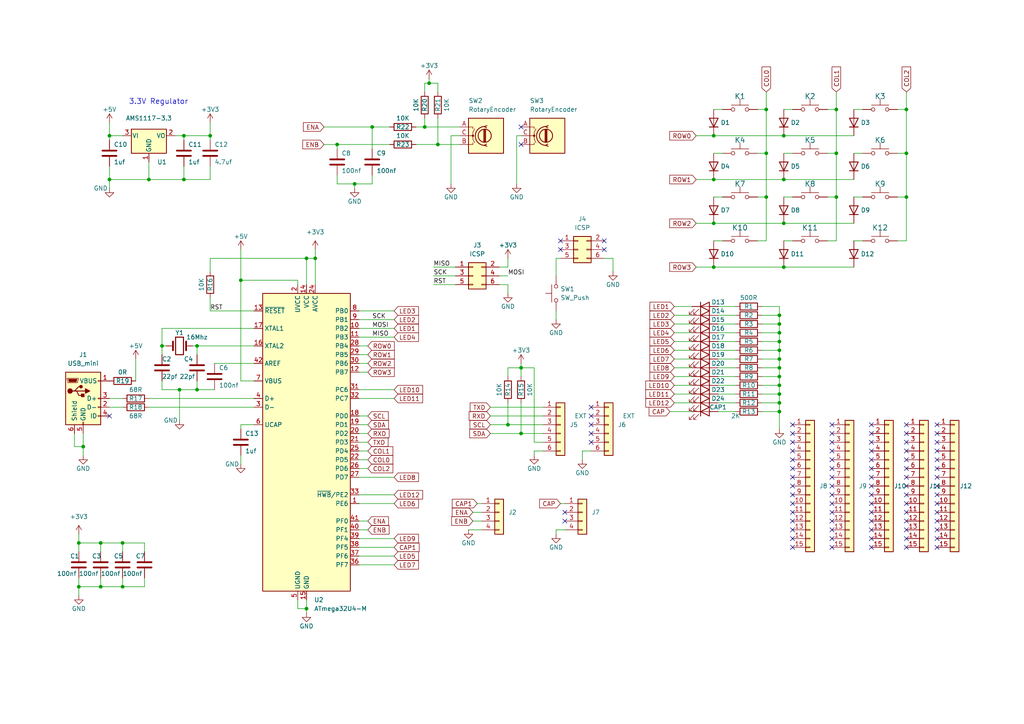
<source format=kicad_sch>
(kicad_sch (version 20230121) (generator eeschema)
  (paper "A4")
  (junction (at 102.87 53.34))
  (junction (at 226.06 104.14))
  (junction (at 242.57 31.75))
  (junction (at 242.57 44.45))
  (junction (at 242.57 57.15))
  (junction (at 91.44 74.93))
  (junction (at 29.21 170.18))
  (junction (at 226.06 99.06))
  (junction (at 222.25 57.15))
  (junction (at 127 41.91))
  (junction (at 226.06 116.84))
  (junction (at 226.06 91.44))
  (junction (at 226.06 109.22))
  (junction (at 57.15 113.03))
  (junction (at 226.06 101.6))
  (junction (at 147.32 123.19))
  (junction (at 226.06 96.52))
  (junction (at 24.13 129.54))
  (junction (at 222.25 44.45))
  (junction (at 97.79 41.91))
  (junction (at 107.95 36.83))
  (junction (at 226.06 114.3))
  (junction (at 35.56 170.18))
  (junction (at 43.18 52.07))
  (junction (at 226.06 119.38))
  (junction (at 207.01 64.77))
  (junction (at 22.86 170.18))
  (junction (at 124.46 24.13))
  (junction (at 222.25 31.75))
  (junction (at 52.07 113.03))
  (junction (at 207.01 39.37))
  (junction (at 262.89 57.15))
  (junction (at 46.99 100.33))
  (junction (at 22.86 157.48))
  (junction (at 227.33 52.07))
  (junction (at 227.33 77.47))
  (junction (at 69.85 81.28))
  (junction (at 207.01 52.07))
  (junction (at 207.01 77.47))
  (junction (at 31.75 39.37))
  (junction (at 262.89 44.45))
  (junction (at 226.06 111.76))
  (junction (at 151.13 125.73))
  (junction (at 123.19 36.83))
  (junction (at 53.34 52.07))
  (junction (at 31.75 52.07))
  (junction (at 227.33 39.37))
  (junction (at 35.56 157.48))
  (junction (at 29.21 157.48))
  (junction (at 226.06 106.68))
  (junction (at 227.33 64.77))
  (junction (at 151.13 106.68))
  (junction (at 60.96 39.37))
  (junction (at 57.15 100.33))
  (junction (at 262.89 31.75))
  (junction (at 88.9 176.53))
  (junction (at 53.34 39.37))
  (junction (at 226.06 93.98))
  (junction (at 88.9 74.93))
  (no_connect (at 262.89 133.35))
  (no_connect (at 229.87 153.67))
  (no_connect (at 229.87 125.73))
  (no_connect (at 262.89 156.21))
  (no_connect (at 271.78 156.21))
  (no_connect (at 241.3 130.81))
  (no_connect (at 262.89 123.19))
  (no_connect (at 229.87 148.59))
  (no_connect (at 262.89 146.05))
  (no_connect (at 271.78 158.75))
  (no_connect (at 241.3 151.13))
  (no_connect (at 271.78 133.35))
  (no_connect (at 171.45 123.19))
  (no_connect (at 262.89 158.75))
  (no_connect (at 262.89 125.73))
  (no_connect (at 229.87 156.21))
  (no_connect (at 163.83 148.59))
  (no_connect (at 162.56 72.39))
  (no_connect (at 175.26 69.85))
  (no_connect (at 271.78 151.13))
  (no_connect (at 262.89 128.27))
  (no_connect (at 151.13 41.91))
  (no_connect (at 252.73 138.43))
  (no_connect (at 241.3 156.21))
  (no_connect (at 262.89 135.89))
  (no_connect (at 252.73 123.19))
  (no_connect (at 229.87 146.05))
  (no_connect (at 171.45 128.27))
  (no_connect (at 241.3 148.59))
  (no_connect (at 252.73 130.81))
  (no_connect (at 271.78 138.43))
  (no_connect (at 229.87 143.51))
  (no_connect (at 241.3 128.27))
  (no_connect (at 252.73 125.73))
  (no_connect (at 252.73 148.59))
  (no_connect (at 262.89 140.97))
  (no_connect (at 175.26 72.39))
  (no_connect (at 262.89 138.43))
  (no_connect (at 262.89 151.13))
  (no_connect (at 241.3 143.51))
  (no_connect (at 241.3 123.19))
  (no_connect (at 271.78 143.51))
  (no_connect (at 229.87 140.97))
  (no_connect (at 252.73 153.67))
  (no_connect (at 241.3 146.05))
  (no_connect (at 271.78 125.73))
  (no_connect (at 252.73 133.35))
  (no_connect (at 163.83 151.13))
  (no_connect (at 171.45 125.73))
  (no_connect (at 241.3 138.43))
  (no_connect (at 241.3 140.97))
  (no_connect (at 271.78 130.81))
  (no_connect (at 262.89 143.51))
  (no_connect (at 229.87 138.43))
  (no_connect (at 252.73 158.75))
  (no_connect (at 252.73 146.05))
  (no_connect (at 241.3 125.73))
  (no_connect (at 262.89 153.67))
  (no_connect (at 262.89 148.59))
  (no_connect (at 229.87 123.19))
  (no_connect (at 252.73 151.13))
  (no_connect (at 271.78 135.89))
  (no_connect (at 31.75 120.65))
  (no_connect (at 241.3 133.35))
  (no_connect (at 252.73 135.89))
  (no_connect (at 171.45 118.11))
  (no_connect (at 229.87 130.81))
  (no_connect (at 241.3 135.89))
  (no_connect (at 252.73 140.97))
  (no_connect (at 271.78 128.27))
  (no_connect (at 252.73 143.51))
  (no_connect (at 252.73 156.21))
  (no_connect (at 229.87 135.89))
  (no_connect (at 271.78 153.67))
  (no_connect (at 229.87 158.75))
  (no_connect (at 271.78 123.19))
  (no_connect (at 229.87 128.27))
  (no_connect (at 229.87 133.35))
  (no_connect (at 241.3 158.75))
  (no_connect (at 271.78 146.05))
  (no_connect (at 262.89 130.81))
  (no_connect (at 241.3 153.67))
  (no_connect (at 151.13 36.83))
  (no_connect (at 229.87 151.13))
  (no_connect (at 252.73 128.27))
  (no_connect (at 171.45 120.65))
  (no_connect (at 162.56 69.85))
  (no_connect (at 271.78 148.59))
  (no_connect (at 271.78 140.97))
  (wire (pts (xy 227.33 44.45) (xy 229.87 44.45)))
  (wire (pts (xy 104.14 97.79) (xy 114.3 97.79)))
  (wire (pts (xy 149.86 39.37) (xy 151.13 39.37)))
  (wire (pts (xy 240.03 69.85) (xy 242.57 69.85)))
  (wire (pts (xy 73.66 105.41) (xy 62.23 105.41)))
  (wire (pts (xy 73.66 123.19) (xy 69.85 123.19)))
  (wire (pts (xy 226.06 106.68) (xy 226.06 104.14)))
  (wire (pts (xy 52.07 113.03) (xy 57.15 113.03)))
  (wire (pts (xy 226.06 109.22) (xy 226.06 106.68)))
  (wire (pts (xy 262.89 44.45) (xy 262.89 57.15)))
  (wire (pts (xy 123.19 34.29) (xy 123.19 36.83)))
  (wire (pts (xy 194.31 119.38) (xy 200.66 119.38)))
  (wire (pts (xy 219.71 44.45) (xy 222.25 44.45)))
  (wire (pts (xy 31.75 39.37) (xy 31.75 40.64)))
  (wire (pts (xy 69.85 123.19) (xy 69.85 124.46)))
  (wire (pts (xy 31.75 35.56) (xy 31.75 39.37)))
  (wire (pts (xy 97.79 41.91) (xy 113.03 41.91)))
  (wire (pts (xy 39.37 104.14) (xy 39.37 110.49)))
  (wire (pts (xy 220.98 99.06) (xy 226.06 99.06)))
  (wire (pts (xy 135.89 153.67) (xy 139.7 153.67)))
  (wire (pts (xy 69.85 72.39) (xy 69.85 81.28)))
  (wire (pts (xy 207.01 69.85) (xy 209.55 69.85)))
  (wire (pts (xy 137.16 148.59) (xy 139.7 148.59)))
  (wire (pts (xy 220.98 106.68) (xy 226.06 106.68)))
  (wire (pts (xy 207.01 64.77) (xy 227.33 64.77)))
  (wire (pts (xy 53.34 39.37) (xy 53.34 40.64)))
  (wire (pts (xy 161.29 74.93) (xy 161.29 80.01)))
  (wire (pts (xy 69.85 110.49) (xy 69.85 81.28)))
  (wire (pts (xy 208.28 119.38) (xy 213.36 119.38)))
  (wire (pts (xy 35.56 157.48) (xy 41.91 157.48)))
  (wire (pts (xy 222.25 26.67) (xy 222.25 31.75)))
  (wire (pts (xy 29.21 170.18) (xy 35.56 170.18)))
  (wire (pts (xy 50.8 39.37) (xy 53.34 39.37)))
  (wire (pts (xy 219.71 57.15) (xy 222.25 57.15)))
  (wire (pts (xy 161.29 154.94) (xy 161.29 153.67)))
  (wire (pts (xy 86.36 176.53) (xy 88.9 176.53)))
  (wire (pts (xy 88.9 74.93) (xy 60.96 74.93)))
  (wire (pts (xy 151.13 116.84) (xy 151.13 125.73)))
  (wire (pts (xy 213.36 109.22) (xy 208.28 109.22)))
  (wire (pts (xy 43.18 52.07) (xy 53.34 52.07)))
  (wire (pts (xy 106.68 151.13) (xy 104.14 151.13)))
  (wire (pts (xy 124.46 24.13) (xy 127 24.13)))
  (wire (pts (xy 201.93 64.77) (xy 207.01 64.77)))
  (wire (pts (xy 104.14 107.95) (xy 106.68 107.95)))
  (wire (pts (xy 154.94 128.27) (xy 157.48 128.27)))
  (wire (pts (xy 22.86 167.64) (xy 22.86 170.18)))
  (wire (pts (xy 195.58 114.3) (xy 200.66 114.3)))
  (wire (pts (xy 226.06 88.9) (xy 220.98 88.9)))
  (wire (pts (xy 240.03 44.45) (xy 242.57 44.45)))
  (wire (pts (xy 220.98 101.6) (xy 226.06 101.6)))
  (wire (pts (xy 31.75 115.57) (xy 35.56 115.57)))
  (wire (pts (xy 104.14 120.65) (xy 106.68 120.65)))
  (wire (pts (xy 137.16 151.13) (xy 139.7 151.13)))
  (wire (pts (xy 213.36 111.76) (xy 208.28 111.76)))
  (wire (pts (xy 247.65 69.85) (xy 250.19 69.85)))
  (wire (pts (xy 73.66 110.49) (xy 69.85 110.49)))
  (wire (pts (xy 46.99 110.49) (xy 46.99 113.03)))
  (wire (pts (xy 262.89 31.75) (xy 262.89 44.45)))
  (wire (pts (xy 60.96 35.56) (xy 60.96 39.37)))
  (wire (pts (xy 41.91 157.48) (xy 41.91 160.02)))
  (wire (pts (xy 219.71 69.85) (xy 222.25 69.85)))
  (wire (pts (xy 22.86 157.48) (xy 22.86 160.02)))
  (wire (pts (xy 127 41.91) (xy 133.35 41.91)))
  (wire (pts (xy 226.06 114.3) (xy 226.06 111.76)))
  (wire (pts (xy 127 34.29) (xy 127 41.91)))
  (wire (pts (xy 227.33 69.85) (xy 229.87 69.85)))
  (wire (pts (xy 46.99 113.03) (xy 52.07 113.03)))
  (wire (pts (xy 97.79 53.34) (xy 102.87 53.34)))
  (wire (pts (xy 114.3 146.05) (xy 104.14 146.05)))
  (wire (pts (xy 91.44 74.93) (xy 91.44 82.55)))
  (wire (pts (xy 123.19 24.13) (xy 124.46 24.13)))
  (wire (pts (xy 161.29 153.67) (xy 163.83 153.67)))
  (wire (pts (xy 104.14 128.27) (xy 106.68 128.27)))
  (wire (pts (xy 29.21 157.48) (xy 35.56 157.48)))
  (wire (pts (xy 207.01 57.15) (xy 209.55 57.15)))
  (wire (pts (xy 240.03 57.15) (xy 242.57 57.15)))
  (wire (pts (xy 86.36 173.99) (xy 86.36 176.53)))
  (wire (pts (xy 260.35 69.85) (xy 262.89 69.85)))
  (wire (pts (xy 46.99 100.33) (xy 46.99 102.87)))
  (wire (pts (xy 125.73 82.55) (xy 132.08 82.55)))
  (wire (pts (xy 213.36 114.3) (xy 208.28 114.3)))
  (wire (pts (xy 104.14 105.41) (xy 106.68 105.41)))
  (wire (pts (xy 195.58 116.84) (xy 200.66 116.84)))
  (wire (pts (xy 73.66 95.25) (xy 46.99 95.25)))
  (wire (pts (xy 242.57 31.75) (xy 242.57 44.45)))
  (wire (pts (xy 57.15 113.03) (xy 57.15 110.49)))
  (wire (pts (xy 55.88 100.33) (xy 57.15 100.33)))
  (wire (pts (xy 151.13 125.73) (xy 157.48 125.73)))
  (wire (pts (xy 124.46 22.86) (xy 124.46 24.13)))
  (wire (pts (xy 222.25 57.15) (xy 222.25 69.85)))
  (wire (pts (xy 60.96 86.36) (xy 60.96 90.17)))
  (wire (pts (xy 91.44 72.39) (xy 91.44 74.93)))
  (wire (pts (xy 147.32 106.68) (xy 147.32 109.22)))
  (wire (pts (xy 226.06 99.06) (xy 226.06 96.52)))
  (wire (pts (xy 220.98 96.52) (xy 226.06 96.52)))
  (wire (pts (xy 213.36 101.6) (xy 208.28 101.6)))
  (wire (pts (xy 154.94 130.81) (xy 157.48 130.81)))
  (wire (pts (xy 29.21 167.64) (xy 29.21 170.18)))
  (wire (pts (xy 220.98 91.44) (xy 226.06 91.44)))
  (wire (pts (xy 52.07 113.03) (xy 52.07 121.92)))
  (wire (pts (xy 154.94 128.27) (xy 154.94 106.68)))
  (wire (pts (xy 106.68 153.67) (xy 104.14 153.67)))
  (wire (pts (xy 161.29 90.17) (xy 161.29 92.71)))
  (wire (pts (xy 130.81 53.34) (xy 130.81 39.37)))
  (wire (pts (xy 226.06 111.76) (xy 226.06 109.22)))
  (wire (pts (xy 226.06 91.44) (xy 226.06 88.9)))
  (wire (pts (xy 60.96 39.37) (xy 60.96 40.64)))
  (wire (pts (xy 35.56 170.18) (xy 41.91 170.18)))
  (wire (pts (xy 31.75 39.37) (xy 35.56 39.37)))
  (wire (pts (xy 177.8 74.93) (xy 177.8 78.74)))
  (wire (pts (xy 168.91 130.81) (xy 171.45 130.81)))
  (wire (pts (xy 43.18 46.99) (xy 43.18 52.07)))
  (wire (pts (xy 93.98 36.83) (xy 107.95 36.83)))
  (wire (pts (xy 97.79 50.8) (xy 97.79 53.34)))
  (wire (pts (xy 107.95 36.83) (xy 113.03 36.83)))
  (wire (pts (xy 46.99 100.33) (xy 48.26 100.33)))
  (wire (pts (xy 24.13 125.73) (xy 24.13 129.54)))
  (wire (pts (xy 149.86 53.34) (xy 149.86 39.37)))
  (wire (pts (xy 168.91 133.35) (xy 168.91 130.81)))
  (wire (pts (xy 207.01 44.45) (xy 209.55 44.45)))
  (wire (pts (xy 104.14 163.83) (xy 114.3 163.83)))
  (wire (pts (xy 114.3 143.51) (xy 104.14 143.51)))
  (wire (pts (xy 107.95 50.8) (xy 107.95 53.34)))
  (wire (pts (xy 242.57 26.67) (xy 242.57 31.75)))
  (wire (pts (xy 220.98 114.3) (xy 226.06 114.3)))
  (wire (pts (xy 242.57 44.45) (xy 242.57 57.15)))
  (wire (pts (xy 162.56 146.05) (xy 163.83 146.05)))
  (wire (pts (xy 147.32 123.19) (xy 157.48 123.19)))
  (wire (pts (xy 240.03 31.75) (xy 242.57 31.75)))
  (wire (pts (xy 144.78 82.55) (xy 147.32 82.55)))
  (wire (pts (xy 207.01 52.07) (xy 227.33 52.07)))
  (wire (pts (xy 213.36 88.9) (xy 208.28 88.9)))
  (wire (pts (xy 104.14 90.17) (xy 114.3 90.17)))
  (wire (pts (xy 147.32 74.93) (xy 147.32 77.47)))
  (wire (pts (xy 213.36 116.84) (xy 208.28 116.84)))
  (wire (pts (xy 220.98 119.38) (xy 226.06 119.38)))
  (wire (pts (xy 227.33 39.37) (xy 247.65 39.37)))
  (wire (pts (xy 247.65 31.75) (xy 250.19 31.75)))
  (wire (pts (xy 130.81 39.37) (xy 133.35 39.37)))
  (wire (pts (xy 195.58 93.98) (xy 200.66 93.98)))
  (wire (pts (xy 201.93 77.47) (xy 207.01 77.47)))
  (wire (pts (xy 22.86 170.18) (xy 22.86 172.72)))
  (wire (pts (xy 35.56 167.64) (xy 35.56 170.18)))
  (wire (pts (xy 213.36 91.44) (xy 208.28 91.44)))
  (wire (pts (xy 53.34 39.37) (xy 60.96 39.37)))
  (wire (pts (xy 151.13 105.41) (xy 151.13 106.68)))
  (wire (pts (xy 220.98 109.22) (xy 226.06 109.22)))
  (wire (pts (xy 220.98 116.84) (xy 226.06 116.84)))
  (wire (pts (xy 142.24 123.19) (xy 147.32 123.19)))
  (wire (pts (xy 154.94 106.68) (xy 151.13 106.68)))
  (wire (pts (xy 201.93 52.07) (xy 207.01 52.07)))
  (wire (pts (xy 242.57 57.15) (xy 242.57 69.85)))
  (wire (pts (xy 114.3 113.03) (xy 104.14 113.03)))
  (wire (pts (xy 195.58 111.76) (xy 200.66 111.76)))
  (wire (pts (xy 104.14 125.73) (xy 106.68 125.73)))
  (wire (pts (xy 207.01 31.75) (xy 209.55 31.75)))
  (wire (pts (xy 57.15 100.33) (xy 73.66 100.33)))
  (wire (pts (xy 222.25 44.45) (xy 222.25 57.15)))
  (wire (pts (xy 213.36 106.68) (xy 208.28 106.68)))
  (wire (pts (xy 226.06 101.6) (xy 226.06 99.06)))
  (wire (pts (xy 147.32 116.84) (xy 147.32 123.19)))
  (wire (pts (xy 104.14 102.87) (xy 106.68 102.87)))
  (wire (pts (xy 120.65 41.91) (xy 127 41.91)))
  (wire (pts (xy 22.86 170.18) (xy 29.21 170.18)))
  (wire (pts (xy 88.9 173.99) (xy 88.9 176.53)))
  (wire (pts (xy 226.06 116.84) (xy 226.06 119.38)))
  (wire (pts (xy 144.78 77.47) (xy 147.32 77.47)))
  (wire (pts (xy 213.36 96.52) (xy 208.28 96.52)))
  (wire (pts (xy 35.56 157.48) (xy 35.56 160.02)))
  (wire (pts (xy 213.36 93.98) (xy 208.28 93.98)))
  (wire (pts (xy 62.23 113.03) (xy 57.15 113.03)))
  (wire (pts (xy 260.35 31.75) (xy 262.89 31.75)))
  (wire (pts (xy 120.65 36.83) (xy 123.19 36.83)))
  (wire (pts (xy 93.98 41.91) (xy 97.79 41.91)))
  (wire (pts (xy 104.14 92.71) (xy 114.3 92.71)))
  (wire (pts (xy 175.26 74.93) (xy 177.8 74.93)))
  (wire (pts (xy 226.06 93.98) (xy 226.06 91.44)))
  (wire (pts (xy 220.98 93.98) (xy 226.06 93.98)))
  (wire (pts (xy 147.32 82.55) (xy 147.32 85.09)))
  (wire (pts (xy 114.3 156.21) (xy 104.14 156.21)))
  (wire (pts (xy 227.33 31.75) (xy 229.87 31.75)))
  (wire (pts (xy 127 26.67) (xy 127 24.13)))
  (wire (pts (xy 123.19 24.13) (xy 123.19 26.67)))
  (wire (pts (xy 29.21 157.48) (xy 29.21 160.02)))
  (wire (pts (xy 260.35 44.45) (xy 262.89 44.45)))
  (wire (pts (xy 262.89 57.15) (xy 262.89 69.85)))
  (wire (pts (xy 31.75 52.07) (xy 43.18 52.07)))
  (wire (pts (xy 154.94 132.08) (xy 154.94 130.81)))
  (wire (pts (xy 60.96 48.26) (xy 60.96 52.07)))
  (wire (pts (xy 227.33 52.07) (xy 247.65 52.07)))
  (wire (pts (xy 195.58 91.44) (xy 200.66 91.44)))
  (wire (pts (xy 207.01 77.47) (xy 227.33 77.47)))
  (wire (pts (xy 195.58 101.6) (xy 200.66 101.6)))
  (wire (pts (xy 43.18 118.11) (xy 73.66 118.11)))
  (wire (pts (xy 53.34 52.07) (xy 60.96 52.07)))
  (wire (pts (xy 46.99 95.25) (xy 46.99 100.33)))
  (wire (pts (xy 151.13 109.22) (xy 151.13 106.68)))
  (wire (pts (xy 104.14 95.25) (xy 114.3 95.25)))
  (wire (pts (xy 106.68 123.19) (xy 104.14 123.19)))
  (wire (pts (xy 86.36 81.28) (xy 86.36 82.55)))
  (wire (pts (xy 195.58 96.52) (xy 200.66 96.52)))
  (wire (pts (xy 114.3 115.57) (xy 104.14 115.57)))
  (wire (pts (xy 31.75 48.26) (xy 31.75 52.07)))
  (wire (pts (xy 104.14 158.75) (xy 114.3 158.75)))
  (wire (pts (xy 195.58 109.22) (xy 200.66 109.22)))
  (wire (pts (xy 219.71 31.75) (xy 222.25 31.75)))
  (wire (pts (xy 102.87 53.34) (xy 107.95 53.34)))
  (wire (pts (xy 226.06 119.38) (xy 226.06 124.46)))
  (wire (pts (xy 226.06 116.84) (xy 226.06 114.3)))
  (wire (pts (xy 227.33 57.15) (xy 229.87 57.15)))
  (wire (pts (xy 247.65 44.45) (xy 250.19 44.45)))
  (wire (pts (xy 220.98 111.76) (xy 226.06 111.76)))
  (wire (pts (xy 41.91 167.64) (xy 41.91 170.18)))
  (wire (pts (xy 195.58 88.9) (xy 200.66 88.9)))
  (wire (pts (xy 195.58 106.68) (xy 200.66 106.68)))
  (wire (pts (xy 247.65 57.15) (xy 250.19 57.15)))
  (wire (pts (xy 57.15 102.87) (xy 57.15 100.33)))
  (wire (pts (xy 88.9 74.93) (xy 88.9 82.55)))
  (wire (pts (xy 106.68 135.89) (xy 104.14 135.89)))
  (wire (pts (xy 195.58 104.14) (xy 200.66 104.14)))
  (wire (pts (xy 162.56 74.93) (xy 161.29 74.93)))
  (wire (pts (xy 142.24 125.73) (xy 151.13 125.73)))
  (wire (pts (xy 102.87 53.34) (xy 102.87 54.61)))
  (wire (pts (xy 88.9 176.53) (xy 88.9 177.8)))
  (wire (pts (xy 226.06 104.14) (xy 226.06 101.6)))
  (wire (pts (xy 43.18 115.57) (xy 73.66 115.57)))
  (wire (pts (xy 22.86 154.94) (xy 22.86 157.48)))
  (wire (pts (xy 142.24 120.65) (xy 157.48 120.65)))
  (wire (pts (xy 53.34 48.26) (xy 53.34 52.07)))
  (wire (pts (xy 104.14 130.81) (xy 106.68 130.81)))
  (wire (pts (xy 97.79 41.91) (xy 97.79 43.18)))
  (wire (pts (xy 125.73 80.01) (xy 132.08 80.01)))
  (wire (pts (xy 69.85 81.28) (xy 86.36 81.28)))
  (wire (pts (xy 24.13 129.54) (xy 24.13 132.08)))
  (wire (pts (xy 31.75 54.61) (xy 31.75 52.07)))
  (wire (pts (xy 226.06 96.52) (xy 226.06 93.98)))
  (wire (pts (xy 138.43 146.05) (xy 139.7 146.05)))
  (wire (pts (xy 227.33 77.47) (xy 247.65 77.47)))
  (wire (pts (xy 222.25 31.75) (xy 222.25 44.45)))
  (wire (pts (xy 220.98 104.14) (xy 226.06 104.14)))
  (wire (pts (xy 123.19 36.83) (xy 133.35 36.83)))
  (wire (pts (xy 91.44 74.93) (xy 88.9 74.93)))
  (wire (pts (xy 107.95 36.83) (xy 107.95 43.18)))
  (wire (pts (xy 213.36 99.06) (xy 208.28 99.06)))
  (wire (pts (xy 142.24 118.11) (xy 157.48 118.11)))
  (wire (pts (xy 104.14 133.35) (xy 106.68 133.35)))
  (wire (pts (xy 201.93 39.37) (xy 207.01 39.37)))
  (wire (pts (xy 60.96 74.93) (xy 60.96 78.74)))
  (wire (pts (xy 207.01 39.37) (xy 227.33 39.37)))
  (wire (pts (xy 262.89 26.67) (xy 262.89 31.75)))
  (wire (pts (xy 114.3 138.43) (xy 104.14 138.43)))
  (wire (pts (xy 213.36 104.14) (xy 208.28 104.14)))
  (wire (pts (xy 22.86 157.48) (xy 29.21 157.48)))
  (wire (pts (xy 227.33 64.77) (xy 247.65 64.77)))
  (wire (pts (xy 104.14 161.29) (xy 114.3 161.29)))
  (wire (pts (xy 260.35 57.15) (xy 262.89 57.15)))
  (wire (pts (xy 195.58 99.06) (xy 200.66 99.06)))
  (wire (pts (xy 125.73 77.47) (xy 132.08 77.47)))
  (wire (pts (xy 21.59 129.54) (xy 24.13 129.54)))
  (wire (pts (xy 147.32 106.68) (xy 151.13 106.68)))
  (wire (pts (xy 60.96 90.17) (xy 73.66 90.17)))
  (wire (pts (xy 21.59 125.73) (xy 21.59 129.54)))
  (wire (pts (xy 69.85 132.08) (xy 69.85 134.62)))
  (wire (pts (xy 104.14 100.33) (xy 106.68 100.33)))
  (wire (pts (xy 35.56 118.11) (xy 31.75 118.11)))
  (wire (pts (xy 144.78 80.01) (xy 147.32 80.01)))
  (text "3.3V Regulator" (at 54.61 30.48 0) (effects (font (size 1.524 1.524)) (justify right bottom)))
  (label "MISO" (at 107.95 97.79 0))
  (label "MOSI" (at 107.95 95.25 0))
  (label "MISO" (at 125.73 77.47 0))
  (label "SCK" (at 107.95 92.71 0))
  (label "RST" (at 125.73 82.55 0))
  (label "RST" (at 60.96 90.17 0))
  (label "MOSI" (at 147.32 80.01 0))
  (label "SCK" (at 125.73 80.01 0))
  (global_label "COL0" (shape input) (at 222.25 26.67 90) (property "Intersheetrefs" "${INTERSHEET_REFS}" (effects hide)))
  (global_label "COL1" (shape input) (at 106.68 130.81 0) (property "Intersheetrefs" "${INTERSHEET_REFS}" (effects hide)))
  (global_label "LED10" (shape input) (at 195.58 111.76 180) (property "Intersheetrefs" "${INTERSHEET_REFS}" (effects hide)))
  (global_label "CAP" (shape input) (at 162.56 146.05 180) (property "Intersheetrefs" "${INTERSHEET_REFS}" (effects hide)))
  (global_label "RXD" (shape input) (at 142.24 120.65 180) (property "Intersheetrefs" "${INTERSHEET_REFS}" (effects hide)))
  (global_label "LED6" (shape input) (at 114.3 146.05 0) (property "Intersheetrefs" "${INTERSHEET_REFS}" (effects hide)))
  (global_label "COL2" (shape input) (at 262.89 26.67 90) (property "Intersheetrefs" "${INTERSHEET_REFS}" (effects hide)))
  (global_label "COL1" (shape input) (at 242.57 26.67 90) (property "Intersheetrefs" "${INTERSHEET_REFS}" (effects hide)))
  (global_label "ENB" (shape input) (at 137.16 151.13 180) (property "Intersheetrefs" "${INTERSHEET_REFS}" (effects hide)))
  (global_label "RXD" (shape input) (at 106.68 125.73 0) (property "Intersheetrefs" "${INTERSHEET_REFS}" (effects hide)))
  (global_label "LED6" (shape input) (at 195.58 101.6 180) (property "Intersheetrefs" "${INTERSHEET_REFS}" (effects hide)))
  (global_label "SDA" (shape input) (at 106.68 123.19 0) (property "Intersheetrefs" "${INTERSHEET_REFS}" (effects hide)))
  (global_label "LED4" (shape input) (at 195.58 96.52 180) (property "Intersheetrefs" "${INTERSHEET_REFS}" (effects hide)))
  (global_label "CAP1" (shape input) (at 138.43 146.05 180) (property "Intersheetrefs" "${INTERSHEET_REFS}" (effects hide)))
  (global_label "LED9" (shape input) (at 195.58 109.22 180) (property "Intersheetrefs" "${INTERSHEET_REFS}" (effects hide)))
  (global_label "ENA" (shape input) (at 137.16 148.59 180) (property "Intersheetrefs" "${INTERSHEET_REFS}" (effects hide)))
  (global_label "LED12" (shape input) (at 114.3 143.51 0) (property "Intersheetrefs" "${INTERSHEET_REFS}" (effects hide)))
  (global_label "LED8" (shape input) (at 195.58 106.68 180) (property "Intersheetrefs" "${INTERSHEET_REFS}" (effects hide)))
  (global_label "ROW3" (shape input) (at 106.68 107.95 0) (property "Intersheetrefs" "${INTERSHEET_REFS}" (effects hide)))
  (global_label "LED2" (shape input) (at 114.3 92.71 0) (property "Intersheetrefs" "${INTERSHEET_REFS}" (effects hide)))
  (global_label "LED7" (shape input) (at 195.58 104.14 180) (property "Intersheetrefs" "${INTERSHEET_REFS}" (effects hide)))
  (global_label "COL0" (shape input) (at 106.68 133.35 0) (property "Intersheetrefs" "${INTERSHEET_REFS}" (effects hide)))
  (global_label "ENB" (shape input) (at 106.68 153.67 0) (property "Intersheetrefs" "${INTERSHEET_REFS}" (effects hide)))
  (global_label "ENB" (shape input) (at 93.98 41.91 180) (property "Intersheetrefs" "${INTERSHEET_REFS}" (effects hide)))
  (global_label "ROW2" (shape input) (at 106.68 105.41 0) (property "Intersheetrefs" "${INTERSHEET_REFS}" (effects hide)))
  (global_label "ROW1" (shape input) (at 201.93 52.07 180) (property "Intersheetrefs" "${INTERSHEET_REFS}" (effects hide)))
  (global_label "LED1" (shape input) (at 195.58 88.9 180) (property "Intersheetrefs" "${INTERSHEET_REFS}" (effects hide)))
  (global_label "CAP" (shape input) (at 194.31 119.38 180) (property "Intersheetrefs" "${INTERSHEET_REFS}" (effects hide)))
  (global_label "ENA" (shape input) (at 93.98 36.83 180) (property "Intersheetrefs" "${INTERSHEET_REFS}" (effects hide)))
  (global_label "ROW0" (shape input) (at 201.93 39.37 180) (property "Intersheetrefs" "${INTERSHEET_REFS}" (effects hide)))
  (global_label "COL2" (shape input) (at 106.68 135.89 0) (property "Intersheetrefs" "${INTERSHEET_REFS}" (effects hide)))
  (global_label "SCL" (shape input) (at 106.68 120.65 0) (property "Intersheetrefs" "${INTERSHEET_REFS}" (effects hide)))
  (global_label "LED9" (shape input) (at 114.3 156.21 0) (property "Intersheetrefs" "${INTERSHEET_REFS}" (effects hide)))
  (global_label "LED4" (shape input) (at 114.3 97.79 0) (property "Intersheetrefs" "${INTERSHEET_REFS}" (effects hide)))
  (global_label "ROW2" (shape input) (at 201.93 64.77 180) (property "Intersheetrefs" "${INTERSHEET_REFS}" (effects hide)))
  (global_label "LED10" (shape input) (at 114.3 113.03 0) (property "Intersheetrefs" "${INTERSHEET_REFS}" (effects hide)))
  (global_label "LED5" (shape input) (at 195.58 99.06 180) (property "Intersheetrefs" "${INTERSHEET_REFS}" (effects hide)))
  (global_label "SCL" (shape input) (at 142.24 123.19 180) (property "Intersheetrefs" "${INTERSHEET_REFS}" (effects hide)))
  (global_label "LED11" (shape input) (at 114.3 115.57 0) (property "Intersheetrefs" "${INTERSHEET_REFS}" (effects hide)))
  (global_label "ROW1" (shape input) (at 106.68 102.87 0) (property "Intersheetrefs" "${INTERSHEET_REFS}" (effects hide)))
  (global_label "LED7" (shape input) (at 114.3 163.83 0) (property "Intersheetrefs" "${INTERSHEET_REFS}" (effects hide)))
  (global_label "ROW3" (shape input) (at 201.93 77.47 180) (property "Intersheetrefs" "${INTERSHEET_REFS}" (effects hide)))
  (global_label "LED8" (shape input) (at 114.3 138.43 0) (property "Intersheetrefs" "${INTERSHEET_REFS}" (effects hide)))
  (global_label "LED11" (shape input) (at 195.58 114.3 180) (property "Intersheetrefs" "${INTERSHEET_REFS}" (effects hide)))
  (global_label "CAP1" (shape input) (at 114.3 158.75 0) (property "Intersheetrefs" "${INTERSHEET_REFS}" (effects hide)))
  (global_label "LED12" (shape input) (at 195.58 116.84 180) (property "Intersheetrefs" "${INTERSHEET_REFS}" (effects hide)))
  (global_label "ROW0" (shape input) (at 106.68 100.33 0) (property "Intersheetrefs" "${INTERSHEET_REFS}" (effects hide)))
  (global_label "TXD" (shape input) (at 106.68 128.27 0) (property "Intersheetrefs" "${INTERSHEET_REFS}" (effects hide)))
  (global_label "LED3" (shape input) (at 114.3 90.17 0) (property "Intersheetrefs" "${INTERSHEET_REFS}" (effects hide)))
  (global_label "ENA" (shape input) (at 106.68 151.13 0) (property "Intersheetrefs" "${INTERSHEET_REFS}" (effects hide)))
  (global_label "LED3" (shape input) (at 195.58 93.98 180) (property "Intersheetrefs" "${INTERSHEET_REFS}" (effects hide)))
  (global_label "LED1" (shape input) (at 114.3 95.25 0) (property "Intersheetrefs" "${INTERSHEET_REFS}" (effects hide)))
  (global_label "TXD" (shape input) (at 142.24 118.11 180) (property "Intersheetrefs" "${INTERSHEET_REFS}" (effects hide)))
  (global_label "LED2" (shape input) (at 195.58 91.44 180) (property "Intersheetrefs" "${INTERSHEET_REFS}" (effects hide)))
  (global_label "LED5" (shape input) (at 114.3 161.29 0) (property "Intersheetrefs" "${INTERSHEET_REFS}" (effects hide)))
  (global_label "SDA" (shape input) (at 142.24 125.73 180) (property "Intersheetrefs" "${INTERSHEET_REFS}" (effects hide)))
  (symbol (lib_id "Device:C") (at 31.75 44.45 0) (unit 1)
    (property "Reference" "C10" (at 33.02 41.91 0) (effects (justify left)))
    (property "Value" "1uf" (at 33.02 46.99 0) (effects (justify left)))
    (property "Footprint" "Capacitor_SMD:C_0603_1608Metric_Pad1.08x0.95mm_HandSolder" (effects hide))
  )
  (symbol (lib_id "power:+3V3") (at 151.13 105.41 0) (unit 1)
    (property "Reference" "#PWR04" (effects hide))
    (property "Value" "+3V3" (at 151.13 101.6 0))
  )
  (symbol (lib_id "Device:R") (at 147.32 113.03 0) (mirror y) (unit 1)
    (property "Reference" "R14" (at 147.32 113.03 90))
    (property "Value" "10K" (at 144.78 113.03 90))
    (property "Footprint" "Resistor_SMD:R_0603_1608Metric_Pad0.98x0.95mm_HandSolder" (effects hide))
  )
  (symbol (lib_id "Connector_Generic:Conn_01x06") (at 176.53 123.19 0) (unit 1)
    (property "Reference" "J6" (at 181.61 123.19 0) (effects (justify right)))
    (property "Value" "EXT" (at 184.15 120.65 0) (effects (justify right)))
    (property "Footprint" "Connector_PinHeader_2.54mm:PinHeader_1x06_P2.54mm_Vertical" (effects hide))
  )
  (symbol (lib_id "power:+5V") (at 69.85 72.39 0) (mirror y) (unit 1)
    (property "Reference" "#PWR017" (effects hide))
    (property "Value" "+5V" (at 69.85 68.58 0))
  )
  (symbol (lib_id "Device:LED") (at 204.47 91.44 0) (unit 1)
    (property "Reference" "D14" (at 208.28 90.17 0))
    (property "Value" "LED" (effects hide))
    (property "Footprint" "LED_SMD:LED_0603_1608Metric_Pad1.05x0.95mm_HandSolder" (effects hide))
  )
  (symbol (lib_id "Device:R") (at 151.13 113.03 0) (mirror y) (unit 1)
    (property "Reference" "R15" (at 151.13 113.03 90))
    (property "Value" "10K" (at 153.67 113.03 90))
    (property "Footprint" "Resistor_SMD:R_0603_1608Metric_Pad0.98x0.95mm_HandSolder" (effects hide))
  )
  (symbol (lib_id "Device:C") (at 53.34 44.45 0) (unit 1)
    (property "Reference" "C11" (at 54.61 41.91 0) (effects (justify left)))
    (property "Value" "1uf" (at 54.61 46.99 0) (effects (justify left)))
    (property "Footprint" "Capacitor_SMD:C_0603_1608Metric_Pad1.08x0.95mm_HandSolder" (effects hide))
  )
  (symbol (lib_id "Device:LED") (at 204.47 116.84 0) (unit 1)
    (property "Reference" "D24" (at 208.28 115.57 0))
    (property "Value" "LED" (effects hide))
    (property "Footprint" "LED_SMD:LED_0603_1608Metric_Pad1.05x0.95mm_HandSolder" (effects hide))
  )
  (symbol (lib_id "power:GND") (at 22.86 172.72 0) (unit 1)
    (property "Reference" "#PWR0108" (effects hide))
    (property "Value" "GND" (at 22.86 176.53 0))
  )
  (symbol (lib_id "Switch:SW_Push") (at 161.29 85.09 90) (unit 1)
    (property "Reference" "SW1" (at 162.56 83.82 90) (effects (justify right)))
    (property "Value" "SW_Push" (at 162.56 86.36 90) (effects (justify right)))
    (property "Footprint" "Button_Switch_SMD:SW_SPST_Omron_B3FS-100xP" (effects hide))
  )
  (symbol (lib_id "Device:LED") (at 204.47 109.22 0) (unit 1)
    (property "Reference" "D21" (at 208.28 107.95 0))
    (property "Value" "LED" (effects hide))
    (property "Footprint" "LED_SMD:LED_0603_1608Metric_Pad1.05x0.95mm_HandSolder" (effects hide))
  )
  (symbol (lib_id "Device:R") (at 217.17 111.76 90) (mirror x) (unit 1)
    (property "Reference" "R10" (at 217.17 111.76 90))
    (property "Value" "500R" (effects hide))
    (property "Footprint" "Resistor_SMD:R_0603_1608Metric_Pad0.98x0.95mm_HandSolder" (effects hide))
  )
  (symbol (lib_id "power:GND") (at 24.13 132.08 0) (unit 1)
    (property "Reference" "#PWR0105" (effects hide))
    (property "Value" "GND" (at 24.13 135.89 0))
  )
  (symbol (lib_id "Device:R") (at 217.17 114.3 90) (mirror x) (unit 1)
    (property "Reference" "R11" (at 217.17 114.3 90))
    (property "Value" "500R" (effects hide))
    (property "Footprint" "Resistor_SMD:R_0603_1608Metric_Pad0.98x0.95mm_HandSolder" (effects hide))
  )
  (symbol (lib_id "Device:R") (at 217.17 106.68 90) (mirror x) (unit 1)
    (property "Reference" "R8" (at 217.17 106.68 90))
    (property "Value" "500R" (effects hide))
    (property "Footprint" "Resistor_SMD:R_0603_1608Metric_Pad0.98x0.95mm_HandSolder" (effects hide))
  )
  (symbol (lib_id "Device:D") (at 247.65 35.56 90) (unit 1)
    (property "Reference" "D3" (at 249.6566 35.56 90) (effects (justify right)))
    (property "Value" "D" (effects hide))
    (property "Footprint" "Diode_SMD:D_MiniMELF" (effects hide))
  )
  (symbol (lib_id "Connector_Generic:Conn_02x03_Odd_Even") (at 137.16 80.01 0) (unit 1)
    (property "Reference" "J3" (at 138.43 71.12 0))
    (property "Value" "ICSP" (at 138.43 73.66 0))
    (property "Footprint" "Connector_PinHeader_2.54mm:PinHeader_2x03_P2.54mm_Vertical" (effects hide))
  )
  (symbol (lib_id "Device:R") (at 116.84 36.83 90) (mirror x) (unit 1)
    (property "Reference" "R22" (at 116.84 36.83 90))
    (property "Value" "10K" (at 116.84 34.29 90))
    (property "Footprint" "Resistor_SMD:R_0603_1608Metric_Pad0.98x0.95mm_HandSolder" (effects hide))
  )
  (symbol (lib_id "Device:D") (at 227.33 60.96 90) (unit 1)
    (property "Reference" "D8" (at 229.3366 60.96 90) (effects (justify right)))
    (property "Value" "D" (effects hide))
    (property "Footprint" "Diode_SMD:D_MiniMELF" (effects hide))
  )
  (symbol (lib_id "Device:D") (at 207.01 60.96 90) (unit 1)
    (property "Reference" "D7" (at 209.0166 60.96 90) (effects (justify right)))
    (property "Value" "D" (effects hide))
    (property "Footprint" "Diode_SMD:D_MiniMELF" (effects hide))
  )
  (symbol (lib_id "power:GND") (at 88.9 177.8 0) (mirror y) (unit 1)
    (property "Reference" "#PWR0107" (effects hide))
    (property "Value" "GND" (at 88.9 181.61 0))
  )
  (symbol (lib_id "power:+3V3") (at 22.86 154.94 0) (unit 1)
    (property "Reference" "#PWR03" (effects hide))
    (property "Value" "+3V3" (at 22.86 149.86 0))
  )
  (symbol (lib_id "Device:C") (at 57.15 106.68 0) (unit 1)
    (property "Reference" "C4" (at 53.34 104.14 0) (effects (justify left)))
    (property "Value" "22pf" (at 52.07 109.22 0) (effects (justify left)))
    (property "Footprint" "Capacitor_SMD:C_0603_1608Metric_Pad1.08x0.95mm_HandSolder" (effects hide))
  )
  (symbol (lib_id "Device:C") (at 107.95 46.99 0) (unit 1)
    (property "Reference" "C9" (at 109.22 44.45 0) (effects (justify left)))
    (property "Value" "100nf" (at 109.22 49.53 0) (effects (justify left)))
    (property "Footprint" "Capacitor_SMD:C_0603_1608Metric_Pad1.08x0.95mm_HandSolder" (effects hide))
  )
  (symbol (lib_id "power:+3V3") (at 60.96 35.56 0) (unit 1)
    (property "Reference" "#PWR016" (effects hide))
    (property "Value" "+3V3" (at 60.96 31.75 0))
  )
  (symbol (lib_id "Device:LED") (at 204.47 111.76 0) (unit 1)
    (property "Reference" "D22" (at 208.28 110.49 0))
    (property "Value" "LED" (effects hide))
    (property "Footprint" "LED_SMD:LED_0603_1608Metric_Pad1.05x0.95mm_HandSolder" (effects hide))
  )
  (symbol (lib_id "Switch:SW_Push") (at 255.27 31.75 0) (unit 1)
    (property "Reference" "K3" (at 255.27 27.94 0) (effects (font (size 1.524 1.524))))
    (property "Value" "KEYSW" (effects hide))
    (property "Footprint" "keyswitch:SW_MX" (effects hide))
  )
  (symbol (lib_id "Device:LED") (at 204.47 96.52 0) (unit 1)
    (property "Reference" "D16" (at 208.28 95.25 0))
    (property "Value" "LED" (effects hide))
    (property "Footprint" "LED_SMD:LED_0603_1608Metric_Pad1.05x0.95mm_HandSolder" (effects hide))
  )
  (symbol (lib_id "Connector_Generic:Conn_01x15") (at 257.81 140.97 0) (unit 1)
    (property "Reference" "J10" (at 262.89 140.97 0) (effects (justify right)))
    (property "Value" "UART" (effects hide))
    (property "Footprint" "Connector_PinHeader_2.54mm:PinHeader_1x15_P2.54mm_Vertical" (effects hide))
  )
  (symbol (lib_id "Switch:SW_Push") (at 234.95 69.85 0) (unit 1)
    (property "Reference" "K11" (at 234.95 66.04 0) (effects (font (size 1.524 1.524))))
    (property "Value" "KEYSW" (effects hide))
    (property "Footprint" "keyswitch:SW_MX" (effects hide))
  )
  (symbol (lib_id "Device:R") (at 217.17 116.84 90) (mirror x) (unit 1)
    (property "Reference" "R12" (at 217.17 116.84 90))
    (property "Value" "500R" (effects hide))
    (property "Footprint" "Resistor_SMD:R_0603_1608Metric_Pad0.98x0.95mm_HandSolder" (effects hide))
  )
  (symbol (lib_id "Device:R") (at 217.17 104.14 90) (mirror x) (unit 1)
    (property "Reference" "R7" (at 217.17 104.14 90))
    (property "Value" "500R" (effects hide))
    (property "Footprint" "Resistor_SMD:R_0603_1608Metric_Pad0.98x0.95mm_HandSolder" (effects hide))
  )
  (symbol (lib_id "Switch:SW_Push") (at 234.95 44.45 0) (unit 1)
    (property "Reference" "K5" (at 234.95 40.64 0) (effects (font (size 1.524 1.524))))
    (property "Value" "KEYSW" (effects hide))
    (property "Footprint" "keyswitch:SW_MX" (effects hide))
  )
  (symbol (lib_id "Regulator_Linear:AMS1117-3.3") (at 43.18 39.37 0) (unit 1)
    (property "Reference" "U1" (at 46.99 46.99 0))
    (property "Value" "AMS1117-3.3" (at 43.18 34.29 0))
    (property "Footprint" "Package_TO_SOT_SMD:SOT-223-3_TabPin2" (effects hide))
    (property "Datasheet" "http://www.advanced-monolithic.com/pdf/ds1117.pdf" (effects hide))
  )
  (symbol (lib_id "Switch:SW_Push") (at 214.63 69.85 0) (unit 1)
    (property "Reference" "K10" (at 214.63 66.04 0) (effects (font (size 1.524 1.524))))
    (property "Value" "KEYSW" (effects hide))
    (property "Footprint" "keyswitch:SW_MX" (effects hide))
  )
  (symbol (lib_id "Connector_Generic:Conn_01x15") (at 276.86 140.97 0) (unit 1)
    (property "Reference" "J12" (at 281.94 140.97 0) (effects (justify right)))
    (property "Value" "UART" (effects hide))
    (property "Footprint" "Connector_PinHeader_2.54mm:PinHeader_1x15_P2.54mm_Vertical" (effects hide))
  )
  (symbol (lib_id "Device:R") (at 35.56 110.49 270) (unit 1)
    (property "Reference" "R19" (at 35.56 110.49 90))
    (property "Value" "0R" (at 35.56 107.95 90))
    (property "Footprint" "Resistor_SMD:R_0603_1608Metric_Pad0.98x0.95mm_HandSolder" (effects hide))
  )
  (symbol (lib_id "power:GND") (at 149.86 53.34 0) (unit 1)
    (property "Reference" "#PWR019" (effects hide))
    (property "Value" "GND" (at 149.86 57.15 0))
  )
  (symbol (lib_id "power:GND") (at 130.81 53.34 0) (unit 1)
    (property "Reference" "#PWR07" (effects hide))
    (property "Value" "GND" (at 130.81 57.15 0))
  )
  (symbol (lib_id "Device:RotaryEncoder") (at 140.97 39.37 0) (unit 1)
    (property "Reference" "SW2" (at 135.89 29.21 0) (effects (justify left)))
    (property "Value" "RotaryEncoder" (at 135.89 31.75 0) (effects (justify left)))
    (property "Footprint" "Rotary_Encoder:RotaryEncoder_Bourns_Horizontal_PEC12R-2xxxF-Nxxxx" (effects hide))
  )
  (symbol (lib_id "Device:R") (at 217.17 99.06 90) (mirror x) (unit 1)
    (property "Reference" "R5" (at 217.17 99.06 90))
    (property "Value" "500R" (effects hide))
    (property "Footprint" "Resistor_SMD:R_0603_1608Metric_Pad0.98x0.95mm_HandSolder" (effects hide))
  )
  (symbol (lib_id "Device:D") (at 247.65 48.26 90) (unit 1)
    (property "Reference" "D6" (at 249.6566 48.26 90) (effects (justify right)))
    (property "Value" "D" (effects hide))
    (property "Footprint" "Diode_SMD:D_MiniMELF" (effects hide))
  )
  (symbol (lib_id "power:GND") (at 52.07 121.92 0) (unit 1)
    (property "Reference" "#PWR0101" (effects hide))
    (property "Value" "GND" (at 49.53 121.92 0))
  )
  (symbol (lib_id "power:+3V3") (at 147.32 74.93 0) (unit 1)
    (property "Reference" "#PWR012" (effects hide))
    (property "Value" "+3V3" (at 147.32 71.12 0))
  )
  (symbol (lib_id "Switch:SW_Push") (at 255.27 69.85 0) (unit 1)
    (property "Reference" "K12" (at 255.27 66.04 0) (effects (font (size 1.524 1.524))))
    (property "Value" "KEYSW" (effects hide))
    (property "Footprint" "keyswitch:SW_MX" (effects hide))
  )
  (symbol (lib_id "Device:C") (at 29.21 163.83 0) (unit 1)
    (property "Reference" "C3" (at 26.67 161.29 0) (effects (justify left)))
    (property "Value" "100nf" (at 22.86 166.37 0) (effects (justify left)))
    (property "Footprint" "Capacitor_SMD:C_0603_1608Metric_Pad1.08x0.95mm_HandSolder" (effects hide))
  )
  (symbol (lib_id "Device:R") (at 39.37 118.11 270) (unit 1)
    (property "Reference" "R18" (at 39.37 118.11 90))
    (property "Value" "68R" (at 39.37 120.65 90))
    (property "Footprint" "Resistor_SMD:R_0603_1608Metric_Pad0.98x0.95mm_HandSolder" (effects hide))
  )
  (symbol (lib_id "Connector_Generic:Conn_01x06") (at 162.56 123.19 0) (unit 1)
    (property "Reference" "J5" (at 167.64 123.19 0) (effects (justify right)))
    (property "Value" "EXT" (at 170.18 120.65 0) (effects (justify right)))
    (property "Footprint" "Connector_PinHeader_2.54mm:PinHeader_1x06_P2.54mm_Vertical" (effects hide))
  )
  (symbol (lib_id "Device:C") (at 41.91 163.83 0) (unit 1)
    (property "Reference" "C7" (at 39.37 161.29 0) (effects (justify left)))
    (property "Value" "100nf" (at 35.56 166.37 0) (effects (justify left)))
    (property "Footprint" "Capacitor_SMD:C_0603_1608Metric_Pad1.08x0.95mm_HandSolder" (effects hide))
  )
  (symbol (lib_id "Device:LED") (at 204.47 119.38 0) (unit 1)
    (property "Reference" "CAP1" (at 208.28 118.11 0))
    (property "Value" "LED" (effects hide))
    (property "Footprint" "LED_SMD:LED_0603_1608Metric_Pad1.05x0.95mm_HandSolder" (effects hide))
  )
  (symbol (lib_id "Device:R") (at 217.17 88.9 90) (mirror x) (unit 1)
    (property "Reference" "R1" (at 217.17 88.9 90))
    (property "Value" "500R" (at 217.17 86.36 90))
    (property "Footprint" "Resistor_SMD:R_0603_1608Metric_Pad0.98x0.95mm_HandSolder" (effects hide))
  )
  (symbol (lib_id "Device:R") (at 123.19 30.48 0) (mirror y) (unit 1)
    (property "Reference" "R20" (at 123.19 30.48 90))
    (property "Value" "10K" (at 120.65 30.48 90))
    (property "Footprint" "Resistor_SMD:R_0603_1608Metric_Pad0.98x0.95mm_HandSolder" (effects hide))
  )
  (symbol (lib_id "power:+5V") (at 31.75 35.56 0) (mirror y) (unit 1)
    (property "Reference" "#PWR010" (effects hide))
    (property "Value" "+5V" (at 31.75 31.75 0))
  )
  (symbol (lib_id "power:+5V") (at 39.37 104.14 0) (unit 1)
    (property "Reference" "#PWR0110" (effects hide))
    (property "Value" "+5V" (at 39.37 100.33 0))
  )
  (symbol (lib_id "Device:D") (at 207.01 48.26 90) (unit 1)
    (property "Reference" "D4" (at 209.0166 48.26 90) (effects (justify right)))
    (property "Value" "D" (effects hide))
    (property "Footprint" "Diode_SMD:D_MiniMELF" (effects hide))
  )
  (symbol (lib_id "power:+3V3") (at 91.44 72.39 0) (unit 1)
    (property "Reference" "#PWR014" (effects hide))
    (property "Value" "+3V3" (at 91.44 67.31 0))
  )
  (symbol (lib_id "power:GND") (at 177.8 78.74 0) (unit 1)
    (property "Reference" "#PWR015" (effects hide))
    (property "Value" "GND" (at 177.8 82.55 0))
  )
  (symbol (lib_id "Switch:SW_Push") (at 214.63 44.45 0) (unit 1)
    (property "Reference" "K4" (at 214.63 40.64 0) (effects (font (size 1.524 1.524))))
    (property "Value" "KEYSW" (effects hide))
    (property "Footprint" "keyswitch:SW_MX" (effects hide))
  )
  (symbol (lib_id "Connector_Generic:Conn_01x15") (at 246.38 140.97 0) (unit 1)
    (property "Reference" "J9" (at 251.46 140.97 0) (effects (justify right)))
    (property "Value" "UART" (effects hide))
    (property "Footprint" "Connector_PinHeader_2.54mm:PinHeader_1x15_P2.54mm_Vertical" (effects hide))
  )
  (symbol (lib_id "Device:LED") (at 204.47 88.9 0) (unit 1)
    (property "Reference" "D13" (at 208.28 87.63 0))
    (property "Value" "LED" (effects hide))
    (property "Footprint" "LED_SMD:LED_0603_1608Metric_Pad1.05x0.95mm_HandSolder" (effects hide))
  )
  (symbol (lib_id "Device:C") (at 97.79 46.99 0) (unit 1)
    (property "Reference" "C8" (at 99.06 44.45 0) (effects (justify left)))
    (property "Value" "100nf" (at 99.06 49.53 0) (effects (justify left)))
    (property "Footprint" "Capacitor_SMD:C_0603_1608Metric_Pad1.08x0.95mm_HandSolder" (effects hide))
  )
  (symbol (lib_id "Device:R") (at 127 30.48 0) (mirror y) (unit 1)
    (property "Reference" "R21" (at 127 30.48 90))
    (property "Value" "10K" (at 129.54 30.48 90))
    (property "Footprint" "Resistor_SMD:R_0603_1608Metric_Pad0.98x0.95mm_HandSolder" (effects hide))
  )
  (symbol (lib_id "Switch:SW_Push") (at 234.95 57.15 0) (unit 1)
    (property "Reference" "K8" (at 234.95 53.34 0) (effects (font (size 1.524 1.524))))
    (property "Value" "KEYSW" (effects hide))
    (property "Footprint" "keyswitch:SW_MX" (effects hide))
  )
  (symbol (lib_id "Connector_Generic:Conn_01x15") (at 267.97 140.97 0) (unit 1)
    (property "Reference" "J11" (at 273.05 140.97 0) (effects (justify right)))
    (property "Value" "UART" (effects hide))
    (property "Footprint" "Connector_PinHeader_2.54mm:PinHeader_1x15_P2.54mm_Vertical" (effects hide))
  )
  (symbol (lib_id "MCU_Microchip_ATmega:ATmega32U4-M") (at 88.9 128.27 0) (unit 1)
    (property "Reference" "U2" (at 91.0941 173.99 0) (effects (justify left)))
    (property "Value" "ATmega32U4-M" (at 91.0941 176.53 0) (effects (justify left)))
    (property "Footprint" "cosailer:QFN-44-1EP_7x7mm_P0.5mm_EP5.15x5.15mm_no_pad" (effects hide))
    (property "Datasheet" "http://ww1.microchip.com/downloads/en/DeviceDoc/Atmel-7766-8-bit-AVR-ATmega16U4-32U4_Datasheet.pdf" (effects hide))
  )
  (symbol (lib_id "Device:R") (at 217.17 93.98 90) (mirror x) (unit 1)
    (property "Reference" "R3" (at 217.17 93.98 90))
    (property "Value" "500R" (effects hide))
    (property "Footprint" "Resistor_SMD:R_0603_1608Metric_Pad0.98x0.95mm_HandSolder" (effects hide))
  )
  (symbol (lib_id "Device:LED") (at 204.47 106.68 0) (unit 1)
    (property "Reference" "D20" (at 208.28 105.41 0))
    (property "Value" "LED" (effects hide))
    (property "Footprint" "LED_SMD:LED_0603_1608Metric_Pad1.05x0.95mm_HandSolder" (effects hide))
  )
  (symbol (lib_id "Device:D") (at 247.65 73.66 90) (unit 1)
    (property "Reference" "D12" (at 249.6566 73.66 90) (effects (justify right)))
    (property "Value" "D" (effects hide))
    (property "Footprint" "Diode_SMD:D_MiniMELF" (effects hide))
  )
  (symbol (lib_id "Device:D") (at 227.33 35.56 90) (unit 1)
    (property "Reference" "D2" (at 229.3366 35.56 90) (effects (justify right)))
    (property "Value" "D" (effects hide))
    (property "Footprint" "Diode_SMD:D_MiniMELF" (effects hide))
  )
  (symbol (lib_id "Device:R") (at 116.84 41.91 90) (mirror x) (unit 1)
    (property "Reference" "R23" (at 116.84 41.91 90))
    (property "Value" "10K" (at 116.84 39.37 90))
    (property "Footprint" "Resistor_SMD:R_0603_1608Metric_Pad0.98x0.95mm_HandSolder" (effects hide))
  )
  (symbol (lib_id "Connector:USB_B_Mini") (at 24.13 115.57 0) (unit 1)
    (property "Reference" "J1" (at 24.13 102.87 0))
    (property "Value" "USB_mini" (at 24.13 105.41 0))
    (property "Footprint" "Connector_USB:USB_Mini-B_Wuerth_65100516121_Horizontal" (effects hide))
  )
  (symbol (lib_id "power:GND") (at 69.85 134.62 0) (unit 1)
    (property "Reference" "#PWR01" (effects hide))
    (property "Value" "GND" (at 67.31 134.62 0))
  )
  (symbol (lib_id "Connector_Generic:Conn_01x04") (at 144.78 148.59 0) (unit 1)
    (property "Reference" "J2" (at 149.86 148.59 0) (effects (justify right)))
    (property "Value" "Status" (effects hide))
    (property "Footprint" "Connector_PinHeader_2.54mm:PinHeader_1x04_P2.54mm_Vertical" (effects hide))
  )
  (symbol (lib_id "Device:Crystal") (at 52.07 100.33 0) (unit 1)
    (property "Reference" "Y1" (at 52.07 96.52 0))
    (property "Value" "16Mhz" (at 57.15 97.79 0))
    (property "Footprint" "Crystal:Crystal_HC18-U_Vertical" (effects hide))
  )
  (symbol (lib_id "Device:C") (at 22.86 163.83 0) (unit 1)
    (property "Reference" "C1" (at 20.32 161.29 0) (effects (justify left)))
    (property "Value" "100nf" (at 16.51 166.37 0) (effects (justify left)))
    (property "Footprint" "Capacitor_SMD:C_0603_1608Metric_Pad1.08x0.95mm_HandSolder" (effects hide))
  )
  (symbol (lib_id "Switch:SW_Push") (at 234.95 31.75 0) (unit 1)
    (property "Reference" "K2" (at 234.95 27.94 0) (effects (font (size 1.524 1.524))))
    (property "Value" "KEYSW" (effects hide))
    (property "Footprint" "keyswitch:SW_MX" (effects hide))
  )
  (symbol (lib_id "Device:LED") (at 204.47 99.06 0) (unit 1)
    (property "Reference" "D17" (at 208.28 97.79 0))
    (property "Value" "LED" (effects hide))
    (property "Footprint" "LED_SMD:LED_0603_1608Metric_Pad1.05x0.95mm_HandSolder" (effects hide))
  )
  (symbol (lib_id "Connector_Generic:Conn_01x04") (at 168.91 148.59 0) (unit 1)
    (property "Reference" "J7" (at 173.99 148.59 0) (effects (justify right)))
    (property "Value" "Status" (effects hide))
    (property "Footprint" "Connector_PinHeader_2.54mm:PinHeader_1x04_P2.54mm_Vertical" (effects hide))
  )
  (symbol (lib_id "Device:D") (at 247.65 60.96 90) (unit 1)
    (property "Reference" "D9" (at 249.6566 60.96 90) (effects (justify right)))
    (property "Value" "D" (effects hide))
    (property "Footprint" "Diode_SMD:D_MiniMELF" (effects hide))
  )
  (symbol (lib_id "power:GND") (at 168.91 133.35 0) (unit 1)
    (property "Reference" "#PWR018" (effects hide))
    (property "Value" "GND" (at 168.91 137.16 0))
  )
  (symbol (lib_id "Device:C") (at 69.85 128.27 0) (unit 1)
    (property "Reference" "C13" (at 71.12 125.73 0) (effects (justify left)))
    (property "Value" "1uf" (at 71.12 130.81 0) (effects (justify left)))
    (property "Footprint" "Capacitor_SMD:C_0603_1608Metric_Pad1.08x0.95mm_HandSolder" (effects hide))
  )
  (symbol (lib_id "Device:C") (at 35.56 163.83 0) (unit 1)
    (property "Reference" "C5" (at 33.02 161.29 0) (effects (justify left)))
    (property "Value" "100nf" (at 29.21 166.37 0) (effects (justify left)))
    (property "Footprint" "Capacitor_SMD:C_0603_1608Metric_Pad1.08x0.95mm_HandSolder" (effects hide))
  )
  (symbol (lib_id "power:GND") (at 154.94 132.08 0) (unit 1)
    (property "Reference" "#PWR02" (effects hide))
    (property "Value" "GND" (at 154.94 135.89 0))
  )
  (symbol (lib_id "Device:RotaryEncoder") (at 158.75 39.37 0) (unit 1)
    (property "Reference" "SW3" (at 153.67 29.21 0) (effects (justify left)))
    (property "Value" "RotaryEncoder" (at 153.67 31.75 0) (effects (justify left)))
    (property "Footprint" "Rotary_Encoder:RotaryEncoder_Bourns_Horizontal_PEC12R-2xxxF-Nxxxx" (effects hide))
  )
  (symbol (lib_id "power:GND") (at 102.87 54.61 0) (unit 1)
    (property "Reference" "#PWR08" (effects hide))
    (property "Value" "GND" (at 102.87 58.42 0))
  )
  (symbol (lib_id "power:GND") (at 31.75 54.61 0) (unit 1)
    (property "Reference" "#PWR011" (effects hide))
    (property "Value" "GND" (at 29.21 54.61 0))
  )
  (symbol (lib_id "Device:D") (at 207.01 73.66 90) (unit 1)
    (property "Reference" "D10" (at 209.0166 73.66 90) (effects (justify right)))
    (property "Value" "D" (effects hide))
    (property "Footprint" "Diode_SMD:D_MiniMELF" (effects hide))
  )
  (symbol (lib_id "Switch:SW_Push") (at 214.63 57.15 0) (unit 1)
    (property "Reference" "K7" (at 214.63 53.34 0) (effects (font (size 1.524 1.524))))
    (property "Value" "KEYSW" (effects hide))
    (property "Footprint" "keyswitch:SW_MX" (effects hide))
  )
  (symbol (lib_id "power:+3V3") (at 124.46 22.86 0) (unit 1)
    (property "Reference" "#PWR05" (effects hide))
    (property "Value" "+3V3" (at 124.46 19.05 0))
  )
  (symbol (lib_id "Connector_Generic:Conn_02x03_Odd_Even") (at 167.64 72.39 0) (unit 1)
    (property "Reference" "J4" (at 168.91 63.5 0))
    (property "Value" "ICSP" (at 168.91 66.04 0))
    (property "Footprint" "Connector_PinHeader_2.54mm:PinHeader_2x03_P2.54mm_Vertical" (effects hide))
  )
  (symbol (lib_id "Switch:SW_Push") (at 255.27 57.15 0) (unit 1)
    (property "Reference" "K9" (at 255.27 53.34 0) (effects (font (size 1.524 1.524))))
    (property "Value" "KEYSW" (effects hide))
    (property "Footprint" "keyswitch:SW_MX" (effects hide))
  )
  (symbol (lib_id "power:GND") (at 226.06 124.46 0) (unit 1)
    (property "Reference" "#PWR06" (effects hide))
    (property "Value" "GND" (at 226.06 128.27 0))
  )
  (symbol (lib_id "Device:LED") (at 204.47 93.98 0) (unit 1)
    (property "Reference" "D15" (at 208.28 92.71 0))
    (property "Value" "LED" (effects hide))
    (property "Footprint" "LED_SMD:LED_0603_1608Metric_Pad1.05x0.95mm_HandSolder" (effects hide))
  )
  (symbol (lib_id "Device:D") (at 227.33 48.26 90) (unit 1)
    (property "Reference" "D5" (at 229.3366 48.26 90) (effects (justify right)))
    (property "Value" "D" (effects hide))
    (property "Footprint" "Diode_SMD:D_MiniMELF" (effects hide))
  )
  (symbol (lib_id "power:GND") (at 135.89 153.67 0) (unit 1)
    (property "Reference" "#PWR013" (effects hide))
    (property "Value" "GND" (at 135.89 157.48 0))
  )
  (symbol (lib_id "power:GND") (at 161.29 154.94 0) (unit 1)
    (property "Reference" "#PWR09" (effects hide))
    (property "Value" "GND" (at 161.29 158.75 0))
  )
  (symbol (lib_id "Device:R") (at 217.17 91.44 90) (mirror x) (unit 1)
    (property "Reference" "R2" (at 217.17 91.44 90))
    (property "Value" "500R" (effects hide))
    (property "Footprint" "Resistor_SMD:R_0603_1608Metric_Pad0.98x0.95mm_HandSolder" (effects hide))
  )
  (symbol (lib_id "Device:D") (at 207.01 35.56 90) (unit 1)
    (property "Reference" "D1" (at 209.0166 35.56 90) (effects (justify right)))
    (property "Value" "D" (effects hide))
    (property "Footprint" "Diode_SMD:D_MiniMELF" (effects hide))
  )
  (symbol (lib_id "Device:R") (at 217.17 109.22 90) (mirror x) (unit 1)
    (property "Reference" "R9" (at 217.17 109.22 90))
    (property "Value" "500R" (effects hide))
    (property "Footprint" "Resistor_SMD:R_0603_1608Metric_Pad0.98x0.95mm_HandSolder" (effects hide))
  )
  (symbol (lib_id "Device:D") (at 227.33 73.66 90) (unit 1)
    (property "Reference" "D11" (at 229.3366 73.66 90) (effects (justify right)))
    (property "Value" "D" (effects hide))
    (property "Footprint" "Diode_SMD:D_MiniMELF" (effects hide))
  )
  (symbol (lib_id "power:GND") (at 161.29 92.71 0) (unit 1)
    (property "Reference" "#PWR020" (effects hide))
    (property "Value" "GND" (at 161.29 96.52 0))
  )
  (symbol (lib_id "Switch:SW_Push") (at 255.27 44.45 0) (unit 1)
    (property "Reference" "K6" (at 255.27 40.64 0) (effects (font (size 1.524 1.524))))
    (property "Value" "KEYSW" (effects hide))
    (property "Footprint" "keyswitch:SW_MX" (effects hide))
  )
  (symbol (lib_id "Device:R") (at 217.17 101.6 90) (mirror x) (unit 1)
    (property "Reference" "R6" (at 217.17 101.6 90))
    (property "Value" "500R" (effects hide))
    (property "Footprint" "Resistor_SMD:R_0603_1608Metric_Pad0.98x0.95mm_HandSolder" (effects hide))
  )
  (symbol (lib_id "Device:C") (at 60.96 44.45 0) (unit 1)
    (property "Reference" "C12" (at 62.23 41.91 0) (effects (justify left)))
    (property "Value" "4.7uf" (at 62.23 46.99 0) (effects (justify left)))
    (property "Footprint" "Capacitor_SMD:C_0603_1608Metric_Pad1.08x0.95mm_HandSolder" (effects hide))
  )
  (symbol (lib_id "Device:LED") (at 204.47 104.14 0) (unit 1)
    (property "Reference" "D19" (at 208.28 102.87 0))
    (property "Value" "LED" (effects hide))
    (property "Footprint" "LED_SMD:LED_0603_1608Metric_Pad1.05x0.95mm_HandSolder" (effects hide))
  )
  (symbol (lib_id "Device:LED") (at 204.47 114.3 0) (unit 1)
    (property "Reference" "D23" (at 208.28 113.03 0))
    (property "Value" "LED" (effects hide))
    (property "Footprint" "LED_SMD:LED_0603_1608Metric_Pad1.05x0.95mm_HandSolder" (effects hide))
  )
  (symbol (lib_id "Device:R") (at 217.17 119.38 90) (mirror x) (unit 1)
    (property "Reference" "R13" (at 217.17 119.38 90))
    (property "Value" "2K" (at 213.36 120.65 90))
    (property "Footprint" "Resistor_SMD:R_0603_1608Metric_Pad0.98x0.95mm_HandSolder" (effects hide))
  )
  (symbol (lib_id "Device:R") (at 39.37 115.57 270) (unit 1)
    (property "Reference" "R17" (at 39.37 115.57 90))
    (property "Value" "68R" (at 39.37 113.03 90))
    (property "Footprint" "Resistor_SMD:R_0603_1608Metric_Pad0.98x0.95mm_HandSolder" (effects hide))
  )
  (symbol (lib_id "Device:C") (at 46.99 106.68 0) (unit 1)
    (property "Reference" "C2" (at 46.99 104.14 0) (effects (justify left)))
    (property "Value" "22pf" (at 46.99 109.22 0) (effects (justify left)))
    (property "Footprint" "Capacitor_SMD:C_0603_1608Metric_Pad1.08x0.95mm_HandSolder" (effects hide))
  )
  (symbol (lib_id "power:GND") (at 147.32 85.09 0) (unit 1)
    (property "Reference" "#PWR0109" (effects hide))
    (property "Value" "GND" (at 147.32 88.9 0))
  )
  (symbol (lib_id "Device:C") (at 62.23 109.22 0) (unit 1)
    (property "Reference" "C6" (at 63.5 106.68 0) (effects (justify left)))
    (property "Value" "100nf" (at 63.5 111.76 0) (effects (justify left)))
    (property "Footprint" "Capacitor_SMD:C_0603_1608Metric_Pad1.08x0.95mm_HandSolder" (effects hide))
  )
  (symbol (lib_id "Device:R") (at 217.17 96.52 90) (mirror x) (unit 1)
    (property "Reference" "R4" (at 217.17 96.52 90))
    (property "Value" "500R" (effects hide))
    (property "Footprint" "Resistor_SMD:R_0603_1608Metric_Pad0.98x0.95mm_HandSolder" (effects hide))
  )
  (symbol (lib_id "Device:LED") (at 204.47 101.6 0) (unit 1)
    (property "Reference" "D18" (at 208.28 100.33 0))
    (property "Value" "LED" (effects hide))
    (property "Footprint" "LED_SMD:LED_0603_1608Metric_Pad1.05x0.95mm_HandSolder" (effects hide))
  )
  (symbol (lib_id "Connector_Generic:Conn_01x15") (at 234.95 140.97 0) (unit 1)
    (property "Reference" "J8" (at 240.03 140.97 0) (effects (justify right)))
    (property "Value" "UART" (effects hide))
    (property "Footprint" "Connector_PinHeader_2.54mm:PinHeader_1x15_P2.54mm_Vertical" (effects hide))
  )
  (symbol (lib_id "Switch:SW_Push") (at 214.63 31.75 0) (unit 1)
    (property "Reference" "K1" (at 214.63 27.94 0) (effects (font (size 1.524 1.524))))
    (property "Value" "KEYSW" (effects hide))
    (property "Footprint" "keyswitch:SW_MX" (effects hide))
  )
  (symbol (lib_id "Device:R") (at 60.96 82.55 0) (mirror x) (unit 1)
    (property "Reference" "R16" (at 60.96 82.55 90))
    (property "Value" "10K" (at 58.42 82.55 90))
    (property "Footprint" "Resistor_SMD:R_0603_1608Metric_Pad0.98x0.95mm_HandSolder" (effects hide))
  )
)
</source>
